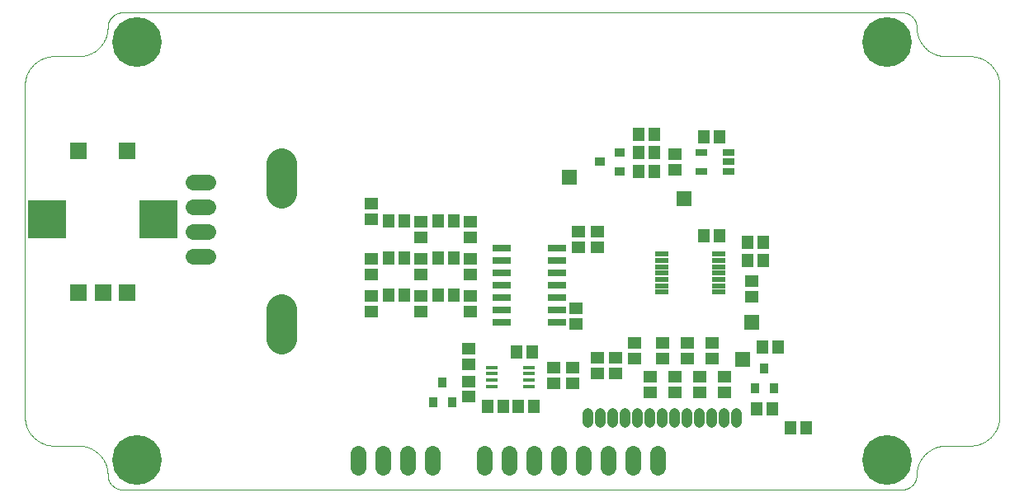
<source format=gts>
G75*
%MOIN*%
%OFA0B0*%
%FSLAX25Y25*%
%IPPOS*%
%LPD*%
%AMOC8*
5,1,8,0,0,1.08239X$1,22.5*
%
%ADD10C,0.00394*%
%ADD11C,0.04362*%
%ADD12C,0.12211*%
%ADD13R,0.05518X0.04731*%
%ADD14R,0.04731X0.05518*%
%ADD15R,0.04337X0.03550*%
%ADD16R,0.07093X0.07093*%
%ADD17R,0.15361X0.15361*%
%ADD18R,0.07290X0.03156*%
%ADD19R,0.05715X0.01975*%
%ADD20C,0.06306*%
%ADD21R,0.04731X0.02762*%
%ADD22R,0.03550X0.04337*%
%ADD23C,0.20085*%
%ADD24R,0.05124X0.01581*%
%ADD25R,0.06306X0.06306*%
D10*
X0039406Y0022717D02*
X0049249Y0022717D01*
X0039406Y0022717D02*
X0039121Y0022720D01*
X0038835Y0022731D01*
X0038550Y0022748D01*
X0038266Y0022772D01*
X0037982Y0022803D01*
X0037699Y0022841D01*
X0037418Y0022886D01*
X0037137Y0022937D01*
X0036857Y0022995D01*
X0036579Y0023060D01*
X0036303Y0023132D01*
X0036029Y0023210D01*
X0035756Y0023295D01*
X0035486Y0023387D01*
X0035218Y0023485D01*
X0034952Y0023589D01*
X0034689Y0023700D01*
X0034429Y0023817D01*
X0034171Y0023940D01*
X0033917Y0024070D01*
X0033666Y0024206D01*
X0033418Y0024347D01*
X0033174Y0024495D01*
X0032933Y0024648D01*
X0032697Y0024808D01*
X0032464Y0024973D01*
X0032235Y0025143D01*
X0032010Y0025319D01*
X0031790Y0025501D01*
X0031574Y0025687D01*
X0031363Y0025879D01*
X0031156Y0026076D01*
X0030954Y0026278D01*
X0030757Y0026485D01*
X0030565Y0026696D01*
X0030379Y0026912D01*
X0030197Y0027132D01*
X0030021Y0027357D01*
X0029851Y0027586D01*
X0029686Y0027819D01*
X0029526Y0028055D01*
X0029373Y0028296D01*
X0029225Y0028540D01*
X0029084Y0028788D01*
X0028948Y0029039D01*
X0028818Y0029293D01*
X0028695Y0029551D01*
X0028578Y0029811D01*
X0028467Y0030074D01*
X0028363Y0030340D01*
X0028265Y0030608D01*
X0028173Y0030878D01*
X0028088Y0031151D01*
X0028010Y0031425D01*
X0027938Y0031701D01*
X0027873Y0031979D01*
X0027815Y0032259D01*
X0027764Y0032540D01*
X0027719Y0032821D01*
X0027681Y0033104D01*
X0027650Y0033388D01*
X0027626Y0033672D01*
X0027609Y0033957D01*
X0027598Y0034243D01*
X0027595Y0034528D01*
X0027595Y0168386D01*
X0027598Y0168671D01*
X0027609Y0168957D01*
X0027626Y0169242D01*
X0027650Y0169526D01*
X0027681Y0169810D01*
X0027719Y0170093D01*
X0027764Y0170374D01*
X0027815Y0170655D01*
X0027873Y0170935D01*
X0027938Y0171213D01*
X0028010Y0171489D01*
X0028088Y0171763D01*
X0028173Y0172036D01*
X0028265Y0172306D01*
X0028363Y0172574D01*
X0028467Y0172840D01*
X0028578Y0173103D01*
X0028695Y0173363D01*
X0028818Y0173621D01*
X0028948Y0173875D01*
X0029084Y0174126D01*
X0029225Y0174374D01*
X0029373Y0174618D01*
X0029526Y0174859D01*
X0029686Y0175095D01*
X0029851Y0175328D01*
X0030021Y0175557D01*
X0030197Y0175782D01*
X0030379Y0176002D01*
X0030565Y0176218D01*
X0030757Y0176429D01*
X0030954Y0176636D01*
X0031156Y0176838D01*
X0031363Y0177035D01*
X0031574Y0177227D01*
X0031790Y0177413D01*
X0032010Y0177595D01*
X0032235Y0177771D01*
X0032464Y0177941D01*
X0032697Y0178106D01*
X0032933Y0178266D01*
X0033174Y0178419D01*
X0033418Y0178567D01*
X0033666Y0178708D01*
X0033917Y0178844D01*
X0034171Y0178974D01*
X0034429Y0179097D01*
X0034689Y0179214D01*
X0034952Y0179325D01*
X0035218Y0179429D01*
X0035486Y0179527D01*
X0035756Y0179619D01*
X0036029Y0179704D01*
X0036303Y0179782D01*
X0036579Y0179854D01*
X0036857Y0179919D01*
X0037137Y0179977D01*
X0037418Y0180028D01*
X0037699Y0180073D01*
X0037982Y0180111D01*
X0038266Y0180142D01*
X0038550Y0180166D01*
X0038835Y0180183D01*
X0039121Y0180194D01*
X0039406Y0180197D01*
X0049249Y0180197D01*
X0049534Y0180200D01*
X0049820Y0180211D01*
X0050105Y0180228D01*
X0050389Y0180252D01*
X0050673Y0180283D01*
X0050956Y0180321D01*
X0051237Y0180366D01*
X0051518Y0180417D01*
X0051798Y0180475D01*
X0052076Y0180540D01*
X0052352Y0180612D01*
X0052626Y0180690D01*
X0052899Y0180775D01*
X0053169Y0180867D01*
X0053437Y0180965D01*
X0053703Y0181069D01*
X0053966Y0181180D01*
X0054226Y0181297D01*
X0054484Y0181420D01*
X0054738Y0181550D01*
X0054989Y0181686D01*
X0055237Y0181827D01*
X0055481Y0181975D01*
X0055722Y0182128D01*
X0055958Y0182288D01*
X0056191Y0182453D01*
X0056420Y0182623D01*
X0056645Y0182799D01*
X0056865Y0182981D01*
X0057081Y0183167D01*
X0057292Y0183359D01*
X0057499Y0183556D01*
X0057701Y0183758D01*
X0057898Y0183965D01*
X0058090Y0184176D01*
X0058276Y0184392D01*
X0058458Y0184612D01*
X0058634Y0184837D01*
X0058804Y0185066D01*
X0058969Y0185299D01*
X0059129Y0185535D01*
X0059282Y0185776D01*
X0059430Y0186020D01*
X0059571Y0186268D01*
X0059707Y0186519D01*
X0059837Y0186773D01*
X0059960Y0187031D01*
X0060077Y0187291D01*
X0060188Y0187554D01*
X0060292Y0187820D01*
X0060390Y0188088D01*
X0060482Y0188358D01*
X0060567Y0188631D01*
X0060645Y0188905D01*
X0060717Y0189181D01*
X0060782Y0189459D01*
X0060840Y0189739D01*
X0060891Y0190020D01*
X0060936Y0190301D01*
X0060974Y0190584D01*
X0061005Y0190868D01*
X0061029Y0191152D01*
X0061046Y0191437D01*
X0061057Y0191723D01*
X0061060Y0192008D01*
X0061059Y0192008D02*
X0061061Y0192160D01*
X0061067Y0192312D01*
X0061077Y0192464D01*
X0061090Y0192615D01*
X0061108Y0192766D01*
X0061129Y0192917D01*
X0061155Y0193067D01*
X0061184Y0193216D01*
X0061217Y0193365D01*
X0061254Y0193512D01*
X0061294Y0193659D01*
X0061339Y0193804D01*
X0061387Y0193948D01*
X0061439Y0194091D01*
X0061494Y0194233D01*
X0061553Y0194373D01*
X0061616Y0194512D01*
X0061682Y0194649D01*
X0061752Y0194784D01*
X0061825Y0194917D01*
X0061902Y0195048D01*
X0061982Y0195178D01*
X0062065Y0195305D01*
X0062151Y0195430D01*
X0062241Y0195553D01*
X0062334Y0195673D01*
X0062430Y0195791D01*
X0062529Y0195907D01*
X0062631Y0196020D01*
X0062735Y0196130D01*
X0062843Y0196238D01*
X0062953Y0196342D01*
X0063066Y0196444D01*
X0063182Y0196543D01*
X0063300Y0196639D01*
X0063420Y0196732D01*
X0063543Y0196822D01*
X0063668Y0196908D01*
X0063795Y0196991D01*
X0063925Y0197071D01*
X0064056Y0197148D01*
X0064189Y0197221D01*
X0064324Y0197291D01*
X0064461Y0197357D01*
X0064600Y0197420D01*
X0064740Y0197479D01*
X0064882Y0197534D01*
X0065025Y0197586D01*
X0065169Y0197634D01*
X0065314Y0197679D01*
X0065461Y0197719D01*
X0065608Y0197756D01*
X0065757Y0197789D01*
X0065906Y0197818D01*
X0066056Y0197844D01*
X0066207Y0197865D01*
X0066358Y0197883D01*
X0066509Y0197896D01*
X0066661Y0197906D01*
X0066813Y0197912D01*
X0066965Y0197914D01*
X0066965Y0197913D02*
X0381926Y0197913D01*
X0381926Y0197914D02*
X0382078Y0197912D01*
X0382230Y0197906D01*
X0382382Y0197896D01*
X0382533Y0197883D01*
X0382684Y0197865D01*
X0382835Y0197844D01*
X0382985Y0197818D01*
X0383134Y0197789D01*
X0383283Y0197756D01*
X0383430Y0197719D01*
X0383577Y0197679D01*
X0383722Y0197634D01*
X0383866Y0197586D01*
X0384009Y0197534D01*
X0384151Y0197479D01*
X0384291Y0197420D01*
X0384430Y0197357D01*
X0384567Y0197291D01*
X0384702Y0197221D01*
X0384835Y0197148D01*
X0384966Y0197071D01*
X0385096Y0196991D01*
X0385223Y0196908D01*
X0385348Y0196822D01*
X0385471Y0196732D01*
X0385591Y0196639D01*
X0385709Y0196543D01*
X0385825Y0196444D01*
X0385938Y0196342D01*
X0386048Y0196238D01*
X0386156Y0196130D01*
X0386260Y0196020D01*
X0386362Y0195907D01*
X0386461Y0195791D01*
X0386557Y0195673D01*
X0386650Y0195553D01*
X0386740Y0195430D01*
X0386826Y0195305D01*
X0386909Y0195178D01*
X0386989Y0195048D01*
X0387066Y0194917D01*
X0387139Y0194784D01*
X0387209Y0194649D01*
X0387275Y0194512D01*
X0387338Y0194373D01*
X0387397Y0194233D01*
X0387452Y0194091D01*
X0387504Y0193948D01*
X0387552Y0193804D01*
X0387597Y0193659D01*
X0387637Y0193512D01*
X0387674Y0193365D01*
X0387707Y0193216D01*
X0387736Y0193067D01*
X0387762Y0192917D01*
X0387783Y0192766D01*
X0387801Y0192615D01*
X0387814Y0192464D01*
X0387824Y0192312D01*
X0387830Y0192160D01*
X0387832Y0192008D01*
X0387831Y0192008D02*
X0387834Y0191723D01*
X0387845Y0191437D01*
X0387862Y0191152D01*
X0387886Y0190868D01*
X0387917Y0190584D01*
X0387955Y0190301D01*
X0388000Y0190020D01*
X0388051Y0189739D01*
X0388109Y0189459D01*
X0388174Y0189181D01*
X0388246Y0188905D01*
X0388324Y0188631D01*
X0388409Y0188358D01*
X0388501Y0188088D01*
X0388599Y0187820D01*
X0388703Y0187554D01*
X0388814Y0187291D01*
X0388931Y0187031D01*
X0389054Y0186773D01*
X0389184Y0186519D01*
X0389320Y0186268D01*
X0389461Y0186020D01*
X0389609Y0185776D01*
X0389762Y0185535D01*
X0389922Y0185299D01*
X0390087Y0185066D01*
X0390257Y0184837D01*
X0390433Y0184612D01*
X0390615Y0184392D01*
X0390801Y0184176D01*
X0390993Y0183965D01*
X0391190Y0183758D01*
X0391392Y0183556D01*
X0391599Y0183359D01*
X0391810Y0183167D01*
X0392026Y0182981D01*
X0392246Y0182799D01*
X0392471Y0182623D01*
X0392700Y0182453D01*
X0392933Y0182288D01*
X0393169Y0182128D01*
X0393410Y0181975D01*
X0393654Y0181827D01*
X0393902Y0181686D01*
X0394153Y0181550D01*
X0394407Y0181420D01*
X0394665Y0181297D01*
X0394925Y0181180D01*
X0395188Y0181069D01*
X0395454Y0180965D01*
X0395722Y0180867D01*
X0395992Y0180775D01*
X0396265Y0180690D01*
X0396539Y0180612D01*
X0396815Y0180540D01*
X0397093Y0180475D01*
X0397373Y0180417D01*
X0397654Y0180366D01*
X0397935Y0180321D01*
X0398218Y0180283D01*
X0398502Y0180252D01*
X0398786Y0180228D01*
X0399071Y0180211D01*
X0399357Y0180200D01*
X0399642Y0180197D01*
X0409485Y0180197D01*
X0409770Y0180194D01*
X0410056Y0180183D01*
X0410341Y0180166D01*
X0410625Y0180142D01*
X0410909Y0180111D01*
X0411192Y0180073D01*
X0411473Y0180028D01*
X0411754Y0179977D01*
X0412034Y0179919D01*
X0412312Y0179854D01*
X0412588Y0179782D01*
X0412862Y0179704D01*
X0413135Y0179619D01*
X0413405Y0179527D01*
X0413673Y0179429D01*
X0413939Y0179325D01*
X0414202Y0179214D01*
X0414462Y0179097D01*
X0414720Y0178974D01*
X0414974Y0178844D01*
X0415225Y0178708D01*
X0415473Y0178567D01*
X0415717Y0178419D01*
X0415958Y0178266D01*
X0416194Y0178106D01*
X0416427Y0177941D01*
X0416656Y0177771D01*
X0416881Y0177595D01*
X0417101Y0177413D01*
X0417317Y0177227D01*
X0417528Y0177035D01*
X0417735Y0176838D01*
X0417937Y0176636D01*
X0418134Y0176429D01*
X0418326Y0176218D01*
X0418512Y0176002D01*
X0418694Y0175782D01*
X0418870Y0175557D01*
X0419040Y0175328D01*
X0419205Y0175095D01*
X0419365Y0174859D01*
X0419518Y0174618D01*
X0419666Y0174374D01*
X0419807Y0174126D01*
X0419943Y0173875D01*
X0420073Y0173621D01*
X0420196Y0173363D01*
X0420313Y0173103D01*
X0420424Y0172840D01*
X0420528Y0172574D01*
X0420626Y0172306D01*
X0420718Y0172036D01*
X0420803Y0171763D01*
X0420881Y0171489D01*
X0420953Y0171213D01*
X0421018Y0170935D01*
X0421076Y0170655D01*
X0421127Y0170374D01*
X0421172Y0170093D01*
X0421210Y0169810D01*
X0421241Y0169526D01*
X0421265Y0169242D01*
X0421282Y0168957D01*
X0421293Y0168671D01*
X0421296Y0168386D01*
X0421296Y0034528D01*
X0421293Y0034243D01*
X0421282Y0033957D01*
X0421265Y0033672D01*
X0421241Y0033388D01*
X0421210Y0033104D01*
X0421172Y0032821D01*
X0421127Y0032540D01*
X0421076Y0032259D01*
X0421018Y0031979D01*
X0420953Y0031701D01*
X0420881Y0031425D01*
X0420803Y0031151D01*
X0420718Y0030878D01*
X0420626Y0030608D01*
X0420528Y0030340D01*
X0420424Y0030074D01*
X0420313Y0029811D01*
X0420196Y0029551D01*
X0420073Y0029293D01*
X0419943Y0029039D01*
X0419807Y0028788D01*
X0419666Y0028540D01*
X0419518Y0028296D01*
X0419365Y0028055D01*
X0419205Y0027819D01*
X0419040Y0027586D01*
X0418870Y0027357D01*
X0418694Y0027132D01*
X0418512Y0026912D01*
X0418326Y0026696D01*
X0418134Y0026485D01*
X0417937Y0026278D01*
X0417735Y0026076D01*
X0417528Y0025879D01*
X0417317Y0025687D01*
X0417101Y0025501D01*
X0416881Y0025319D01*
X0416656Y0025143D01*
X0416427Y0024973D01*
X0416194Y0024808D01*
X0415958Y0024648D01*
X0415717Y0024495D01*
X0415473Y0024347D01*
X0415225Y0024206D01*
X0414974Y0024070D01*
X0414720Y0023940D01*
X0414462Y0023817D01*
X0414202Y0023700D01*
X0413939Y0023589D01*
X0413673Y0023485D01*
X0413405Y0023387D01*
X0413135Y0023295D01*
X0412862Y0023210D01*
X0412588Y0023132D01*
X0412312Y0023060D01*
X0412034Y0022995D01*
X0411754Y0022937D01*
X0411473Y0022886D01*
X0411192Y0022841D01*
X0410909Y0022803D01*
X0410625Y0022772D01*
X0410341Y0022748D01*
X0410056Y0022731D01*
X0409770Y0022720D01*
X0409485Y0022717D01*
X0399642Y0022717D01*
X0399357Y0022714D01*
X0399071Y0022703D01*
X0398786Y0022686D01*
X0398502Y0022662D01*
X0398218Y0022631D01*
X0397935Y0022593D01*
X0397654Y0022548D01*
X0397373Y0022497D01*
X0397093Y0022439D01*
X0396815Y0022374D01*
X0396539Y0022302D01*
X0396265Y0022224D01*
X0395992Y0022139D01*
X0395722Y0022047D01*
X0395454Y0021949D01*
X0395188Y0021845D01*
X0394925Y0021734D01*
X0394665Y0021617D01*
X0394407Y0021494D01*
X0394153Y0021364D01*
X0393902Y0021228D01*
X0393654Y0021087D01*
X0393410Y0020939D01*
X0393169Y0020786D01*
X0392933Y0020626D01*
X0392700Y0020461D01*
X0392471Y0020291D01*
X0392246Y0020115D01*
X0392026Y0019933D01*
X0391810Y0019747D01*
X0391599Y0019555D01*
X0391392Y0019358D01*
X0391190Y0019156D01*
X0390993Y0018949D01*
X0390801Y0018738D01*
X0390615Y0018522D01*
X0390433Y0018302D01*
X0390257Y0018077D01*
X0390087Y0017848D01*
X0389922Y0017615D01*
X0389762Y0017379D01*
X0389609Y0017138D01*
X0389461Y0016894D01*
X0389320Y0016646D01*
X0389184Y0016395D01*
X0389054Y0016141D01*
X0388931Y0015883D01*
X0388814Y0015623D01*
X0388703Y0015360D01*
X0388599Y0015094D01*
X0388501Y0014826D01*
X0388409Y0014556D01*
X0388324Y0014283D01*
X0388246Y0014009D01*
X0388174Y0013733D01*
X0388109Y0013455D01*
X0388051Y0013175D01*
X0388000Y0012894D01*
X0387955Y0012613D01*
X0387917Y0012330D01*
X0387886Y0012046D01*
X0387862Y0011762D01*
X0387845Y0011477D01*
X0387834Y0011191D01*
X0387831Y0010906D01*
X0387832Y0010906D02*
X0387830Y0010754D01*
X0387824Y0010602D01*
X0387814Y0010450D01*
X0387801Y0010299D01*
X0387783Y0010148D01*
X0387762Y0009997D01*
X0387736Y0009847D01*
X0387707Y0009698D01*
X0387674Y0009549D01*
X0387637Y0009402D01*
X0387597Y0009255D01*
X0387552Y0009110D01*
X0387504Y0008966D01*
X0387452Y0008823D01*
X0387397Y0008681D01*
X0387338Y0008541D01*
X0387275Y0008402D01*
X0387209Y0008265D01*
X0387139Y0008130D01*
X0387066Y0007997D01*
X0386989Y0007866D01*
X0386909Y0007736D01*
X0386826Y0007609D01*
X0386740Y0007484D01*
X0386650Y0007361D01*
X0386557Y0007241D01*
X0386461Y0007123D01*
X0386362Y0007007D01*
X0386260Y0006894D01*
X0386156Y0006784D01*
X0386048Y0006676D01*
X0385938Y0006572D01*
X0385825Y0006470D01*
X0385709Y0006371D01*
X0385591Y0006275D01*
X0385471Y0006182D01*
X0385348Y0006092D01*
X0385223Y0006006D01*
X0385096Y0005923D01*
X0384966Y0005843D01*
X0384835Y0005766D01*
X0384702Y0005693D01*
X0384567Y0005623D01*
X0384430Y0005557D01*
X0384291Y0005494D01*
X0384151Y0005435D01*
X0384009Y0005380D01*
X0383866Y0005328D01*
X0383722Y0005280D01*
X0383577Y0005235D01*
X0383430Y0005195D01*
X0383283Y0005158D01*
X0383134Y0005125D01*
X0382985Y0005096D01*
X0382835Y0005070D01*
X0382684Y0005049D01*
X0382533Y0005031D01*
X0382382Y0005018D01*
X0382230Y0005008D01*
X0382078Y0005002D01*
X0381926Y0005000D01*
X0066965Y0005000D01*
X0066813Y0005002D01*
X0066661Y0005008D01*
X0066509Y0005018D01*
X0066358Y0005031D01*
X0066207Y0005049D01*
X0066056Y0005070D01*
X0065906Y0005096D01*
X0065757Y0005125D01*
X0065608Y0005158D01*
X0065461Y0005195D01*
X0065314Y0005235D01*
X0065169Y0005280D01*
X0065025Y0005328D01*
X0064882Y0005380D01*
X0064740Y0005435D01*
X0064600Y0005494D01*
X0064461Y0005557D01*
X0064324Y0005623D01*
X0064189Y0005693D01*
X0064056Y0005766D01*
X0063925Y0005843D01*
X0063795Y0005923D01*
X0063668Y0006006D01*
X0063543Y0006092D01*
X0063420Y0006182D01*
X0063300Y0006275D01*
X0063182Y0006371D01*
X0063066Y0006470D01*
X0062953Y0006572D01*
X0062843Y0006676D01*
X0062735Y0006784D01*
X0062631Y0006894D01*
X0062529Y0007007D01*
X0062430Y0007123D01*
X0062334Y0007241D01*
X0062241Y0007361D01*
X0062151Y0007484D01*
X0062065Y0007609D01*
X0061982Y0007736D01*
X0061902Y0007866D01*
X0061825Y0007997D01*
X0061752Y0008130D01*
X0061682Y0008265D01*
X0061616Y0008402D01*
X0061553Y0008541D01*
X0061494Y0008681D01*
X0061439Y0008823D01*
X0061387Y0008966D01*
X0061339Y0009110D01*
X0061294Y0009255D01*
X0061254Y0009402D01*
X0061217Y0009549D01*
X0061184Y0009698D01*
X0061155Y0009847D01*
X0061129Y0009997D01*
X0061108Y0010148D01*
X0061090Y0010299D01*
X0061077Y0010450D01*
X0061067Y0010602D01*
X0061061Y0010754D01*
X0061059Y0010906D01*
X0061060Y0010906D02*
X0061057Y0011191D01*
X0061046Y0011477D01*
X0061029Y0011762D01*
X0061005Y0012046D01*
X0060974Y0012330D01*
X0060936Y0012613D01*
X0060891Y0012894D01*
X0060840Y0013175D01*
X0060782Y0013455D01*
X0060717Y0013733D01*
X0060645Y0014009D01*
X0060567Y0014283D01*
X0060482Y0014556D01*
X0060390Y0014826D01*
X0060292Y0015094D01*
X0060188Y0015360D01*
X0060077Y0015623D01*
X0059960Y0015883D01*
X0059837Y0016141D01*
X0059707Y0016395D01*
X0059571Y0016646D01*
X0059430Y0016894D01*
X0059282Y0017138D01*
X0059129Y0017379D01*
X0058969Y0017615D01*
X0058804Y0017848D01*
X0058634Y0018077D01*
X0058458Y0018302D01*
X0058276Y0018522D01*
X0058090Y0018738D01*
X0057898Y0018949D01*
X0057701Y0019156D01*
X0057499Y0019358D01*
X0057292Y0019555D01*
X0057081Y0019747D01*
X0056865Y0019933D01*
X0056645Y0020115D01*
X0056420Y0020291D01*
X0056191Y0020461D01*
X0055958Y0020626D01*
X0055722Y0020786D01*
X0055481Y0020939D01*
X0055237Y0021087D01*
X0054989Y0021228D01*
X0054738Y0021364D01*
X0054484Y0021494D01*
X0054226Y0021617D01*
X0053966Y0021734D01*
X0053703Y0021845D01*
X0053437Y0021949D01*
X0053169Y0022047D01*
X0052899Y0022139D01*
X0052626Y0022224D01*
X0052352Y0022302D01*
X0052076Y0022374D01*
X0051798Y0022439D01*
X0051518Y0022497D01*
X0051237Y0022548D01*
X0050956Y0022593D01*
X0050673Y0022631D01*
X0050389Y0022662D01*
X0050105Y0022686D01*
X0049820Y0022703D01*
X0049534Y0022714D01*
X0049249Y0022717D01*
D11*
X0254879Y0032153D02*
X0254879Y0036115D01*
X0259879Y0036115D02*
X0259879Y0032153D01*
X0264879Y0032153D02*
X0264879Y0036115D01*
X0269879Y0036115D02*
X0269879Y0032153D01*
X0274879Y0032153D02*
X0274879Y0036115D01*
X0279879Y0036115D02*
X0279879Y0032153D01*
X0284879Y0032153D02*
X0284879Y0036115D01*
X0289879Y0036115D02*
X0289879Y0032153D01*
X0294879Y0032153D02*
X0294879Y0036115D01*
X0299879Y0036115D02*
X0299879Y0032153D01*
X0304879Y0032153D02*
X0304879Y0036115D01*
X0309879Y0036115D02*
X0309879Y0032153D01*
X0314879Y0032153D02*
X0314879Y0036115D01*
D12*
X0131335Y0066024D02*
X0131335Y0077835D01*
X0131335Y0125079D02*
X0131335Y0136890D01*
D13*
X0167595Y0120650D03*
X0167595Y0114350D03*
X0187595Y0113150D03*
X0187595Y0106850D03*
X0187595Y0098150D03*
X0187595Y0091850D03*
X0187595Y0083150D03*
X0187595Y0076850D03*
X0207595Y0076850D03*
X0207595Y0083150D03*
X0207595Y0091850D03*
X0207595Y0098150D03*
X0207595Y0106850D03*
X0207595Y0113150D03*
X0167595Y0098150D03*
X0167595Y0091850D03*
X0167595Y0083150D03*
X0167595Y0076850D03*
X0206970Y0061900D03*
X0206970Y0055600D03*
X0206970Y0048775D03*
X0206970Y0042475D03*
X0241345Y0048100D03*
X0248845Y0048100D03*
X0258845Y0051850D03*
X0258845Y0058150D03*
X0266345Y0058150D03*
X0266345Y0051850D03*
X0273845Y0058100D03*
X0285095Y0058100D03*
X0285095Y0064400D03*
X0273845Y0064400D03*
X0295095Y0064400D03*
X0305095Y0064400D03*
X0305095Y0058100D03*
X0295095Y0058100D03*
X0290095Y0050650D03*
X0300095Y0050650D03*
X0310095Y0050650D03*
X0310095Y0044350D03*
X0300095Y0044350D03*
X0290095Y0044350D03*
X0280095Y0044350D03*
X0280095Y0050650D03*
X0248845Y0054400D03*
X0241345Y0054400D03*
X0250095Y0071850D03*
X0250095Y0078150D03*
X0251345Y0103100D03*
X0258845Y0103100D03*
X0258845Y0109400D03*
X0251345Y0109400D03*
X0290095Y0134350D03*
X0290095Y0140650D03*
X0321345Y0089400D03*
X0321345Y0083100D03*
D14*
X0319446Y0097500D03*
X0325745Y0097500D03*
X0325745Y0105000D03*
X0319446Y0105000D03*
X0308245Y0107500D03*
X0301946Y0107500D03*
X0281995Y0133750D03*
X0275696Y0133750D03*
X0275696Y0141250D03*
X0281995Y0141250D03*
X0281995Y0148750D03*
X0275696Y0148750D03*
X0301946Y0147500D03*
X0308245Y0147500D03*
X0200745Y0113750D03*
X0194446Y0113750D03*
X0180745Y0113750D03*
X0174446Y0113750D03*
X0174446Y0098750D03*
X0180745Y0098750D03*
X0194446Y0098750D03*
X0200745Y0098750D03*
X0200745Y0083750D03*
X0194446Y0083750D03*
X0180745Y0083750D03*
X0174446Y0083750D03*
X0226321Y0060625D03*
X0232620Y0060625D03*
X0233245Y0038750D03*
X0226946Y0038750D03*
X0220745Y0038750D03*
X0214446Y0038750D03*
X0323196Y0037500D03*
X0329495Y0037500D03*
X0336946Y0030000D03*
X0343245Y0030000D03*
X0331995Y0062500D03*
X0325696Y0062500D03*
D15*
X0267782Y0133760D03*
X0259908Y0137500D03*
X0267782Y0141240D03*
D16*
X0068934Y0141811D03*
X0049249Y0141811D03*
X0049249Y0084724D03*
X0059091Y0084724D03*
X0068934Y0084724D03*
D17*
X0081532Y0114252D03*
X0036650Y0114252D03*
D18*
X0220223Y0102500D03*
X0220223Y0097500D03*
X0220223Y0092500D03*
X0220223Y0087500D03*
X0220223Y0082500D03*
X0220223Y0077500D03*
X0220223Y0072500D03*
X0242467Y0072500D03*
X0242467Y0077500D03*
X0242467Y0082500D03*
X0242467Y0087500D03*
X0242467Y0092500D03*
X0242467Y0097500D03*
X0242467Y0102500D03*
D19*
X0284829Y0100177D03*
X0284829Y0097618D03*
X0284829Y0095059D03*
X0284829Y0092500D03*
X0284829Y0089941D03*
X0284829Y0087382D03*
X0284829Y0084823D03*
X0307861Y0084823D03*
X0307861Y0087382D03*
X0307861Y0089941D03*
X0307861Y0092500D03*
X0307861Y0095059D03*
X0307861Y0097618D03*
X0307861Y0100177D03*
D20*
X0283068Y0019764D02*
X0283068Y0013858D01*
X0273068Y0013858D02*
X0273068Y0019764D01*
X0263068Y0019764D02*
X0263068Y0013858D01*
X0253068Y0013858D02*
X0253068Y0019764D01*
X0243068Y0019764D02*
X0243068Y0013858D01*
X0233068Y0013858D02*
X0233068Y0019764D01*
X0223068Y0019764D02*
X0223068Y0013858D01*
X0213068Y0013858D02*
X0213068Y0019764D01*
X0192201Y0019764D02*
X0192201Y0013858D01*
X0182201Y0013858D02*
X0182201Y0019764D01*
X0172201Y0019764D02*
X0172201Y0013858D01*
X0162201Y0013858D02*
X0162201Y0019764D01*
X0101414Y0099252D02*
X0095509Y0099252D01*
X0095509Y0109252D02*
X0101414Y0109252D01*
X0101414Y0119252D02*
X0095509Y0119252D01*
X0095509Y0129252D02*
X0101414Y0129252D01*
D21*
X0300833Y0133760D03*
X0300833Y0141240D03*
X0311857Y0141240D03*
X0311857Y0137500D03*
X0311857Y0133760D03*
D22*
X0326345Y0053937D03*
X0322605Y0046063D03*
X0330085Y0046063D03*
X0200085Y0040438D03*
X0192605Y0040438D03*
X0196345Y0048312D03*
D23*
X0072871Y0016811D03*
X0376020Y0016811D03*
X0376020Y0186102D03*
X0072871Y0186102D03*
D24*
X0216365Y0054464D03*
X0216365Y0051905D03*
X0216365Y0049345D03*
X0216365Y0046786D03*
X0231325Y0046786D03*
X0231325Y0049345D03*
X0231325Y0051905D03*
X0231325Y0054464D03*
D25*
X0317595Y0057500D03*
X0321345Y0072500D03*
X0293845Y0122500D03*
X0247595Y0131250D03*
M02*

</source>
